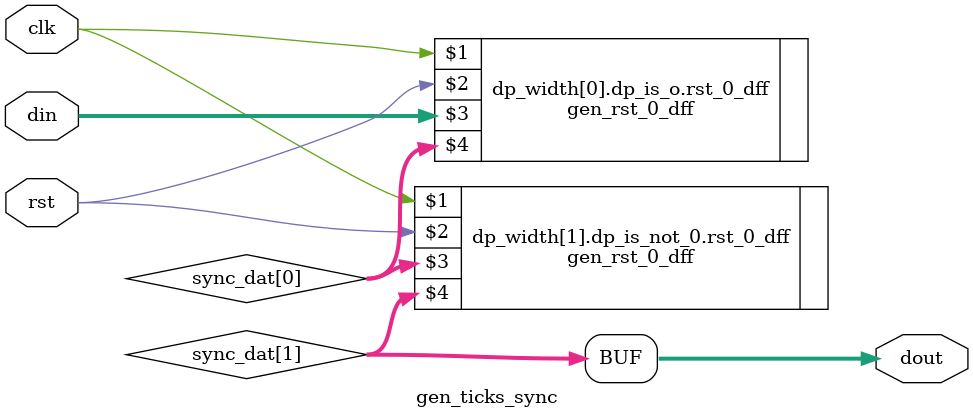
<source format=v>
module gen_ticks_sync # (
    parameter   DP = 2,
    parameter   DW = 32
)(
    input   wire            rst,
    input   wire            clk,

    input   wire    [DW-1:0]    din,
    output  wire    [DW-1:0]    dout
);

    wire    [DW-1:0]    sync_dat[DP-1:0];

    genvar  i;

    generate
        for (i = 0; i < DP; i = i+1) begin: dp_width
            if (i == 0) begin: dp_is_o
                gen_rst_0_dff # (DW) rst_0_dff (clk, rst, din, sync_dat[0]);
            end else begin: dp_is_not_0
                gen_rst_0_dff # (DW) rst_0_dff (clk, rst, sync_dat[i-1], sync_dat[i]);
            end
        end
    endgenerate

    assign  dout = sync_dat[DP-1];

endmodule

</source>
